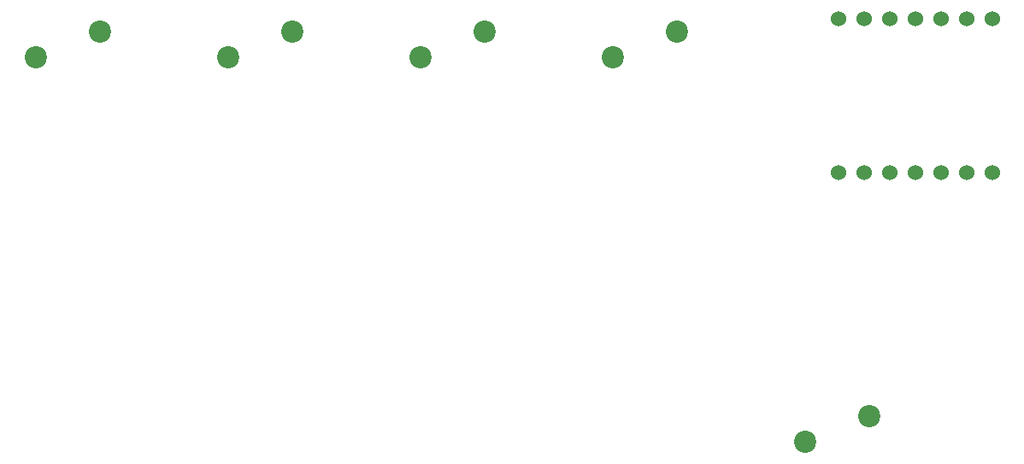
<source format=gbr>
%TF.GenerationSoftware,KiCad,Pcbnew,9.0.2*%
%TF.CreationDate,2025-06-28T02:05:05-07:00*%
%TF.ProjectId,Test,54657374-2e6b-4696-9361-645f70636258,rev?*%
%TF.SameCoordinates,Original*%
%TF.FileFunction,Copper,L2,Bot*%
%TF.FilePolarity,Positive*%
%FSLAX46Y46*%
G04 Gerber Fmt 4.6, Leading zero omitted, Abs format (unit mm)*
G04 Created by KiCad (PCBNEW 9.0.2) date 2025-06-28 02:05:05*
%MOMM*%
%LPD*%
G01*
G04 APERTURE LIST*
%TA.AperFunction,ComponentPad*%
%ADD10C,2.200000*%
%TD*%
%TA.AperFunction,ComponentPad*%
%ADD11C,1.524000*%
%TD*%
G04 APERTURE END LIST*
D10*
%TO.P,SW23,1,1*%
%TO.N,GND*%
X100330000Y-121920000D03*
%TO.P,SW23,2,2*%
%TO.N,Net-(U1-GPIO4{slash}MISO)*%
X93980000Y-124460000D03*
%TD*%
%TO.P,SW24,1,1*%
%TO.N,GND*%
X119380000Y-160020000D03*
%TO.P,SW24,2,2*%
%TO.N,Net-(U1-GPIO3{slash}MOSI)*%
X113030000Y-162560000D03*
%TD*%
D11*
%TO.P,U1,1,GPIO26/ADC0/A0*%
%TO.N,unconnected-(U1-GPIO26{slash}ADC0{slash}A0-Pad1)*%
X131620000Y-120640000D03*
%TO.P,U1,2,GPIO27/ADC1/A1*%
%TO.N,unconnected-(U1-GPIO27{slash}ADC1{slash}A1-Pad2)*%
X129080000Y-120640000D03*
%TO.P,U1,3,GPIO28/ADC2/A2*%
%TO.N,unconnected-(U1-GPIO28{slash}ADC2{slash}A2-Pad3)*%
X126540000Y-120640000D03*
%TO.P,U1,4,GPIO29/ADC3/A3*%
%TO.N,unconnected-(U1-GPIO29{slash}ADC3{slash}A3-Pad4)*%
X124000000Y-120640000D03*
%TO.P,U1,5,GPIO6/SDA*%
%TO.N,unconnected-(U1-GPIO6{slash}SDA-Pad5)*%
X121460000Y-120640000D03*
%TO.P,U1,6,GPIO7/SCL*%
%TO.N,unconnected-(U1-GPIO7{slash}SCL-Pad6)*%
X118920000Y-120640000D03*
%TO.P,U1,7,GPIO0/TX*%
%TO.N,Net-(U1-GPIO0{slash}TX)*%
X116380000Y-120640000D03*
%TO.P,U1,8,GPIO1/RX*%
%TO.N,Net-(U1-GPIO1{slash}RX)*%
X116380000Y-135880000D03*
%TO.P,U1,9,GPIO2/SCK*%
%TO.N,Net-(U1-GPIO2{slash}SCK)*%
X118920000Y-135880000D03*
%TO.P,U1,10,GPIO4/MISO*%
%TO.N,Net-(U1-GPIO4{slash}MISO)*%
X121460000Y-135880000D03*
%TO.P,U1,11,GPIO3/MOSI*%
%TO.N,Net-(U1-GPIO3{slash}MOSI)*%
X124000000Y-135880000D03*
%TO.P,U1,12,3V3*%
%TO.N,unconnected-(U1-3V3-Pad12)*%
X126540000Y-135880000D03*
%TO.P,U1,13,GND*%
%TO.N,GND*%
X129080000Y-135880000D03*
%TO.P,U1,14,VBUS*%
%TO.N,unconnected-(U1-VBUS-Pad14)*%
X131620000Y-135880000D03*
%TD*%
D10*
%TO.P,SW22,1,1*%
%TO.N,GND*%
X81280000Y-121920000D03*
%TO.P,SW22,2,2*%
%TO.N,Net-(U1-GPIO2{slash}SCK)*%
X74930000Y-124460000D03*
%TD*%
%TO.P,SW21,1,1*%
%TO.N,GND*%
X62230000Y-121920000D03*
%TO.P,SW21,2,2*%
%TO.N,Net-(U1-GPIO1{slash}RX)*%
X55880000Y-124460000D03*
%TD*%
%TO.P,SW17,1,1*%
%TO.N,GND*%
X43180000Y-121920000D03*
%TO.P,SW17,2,2*%
%TO.N,Net-(U1-GPIO0{slash}TX)*%
X36830000Y-124460000D03*
%TD*%
M02*

</source>
